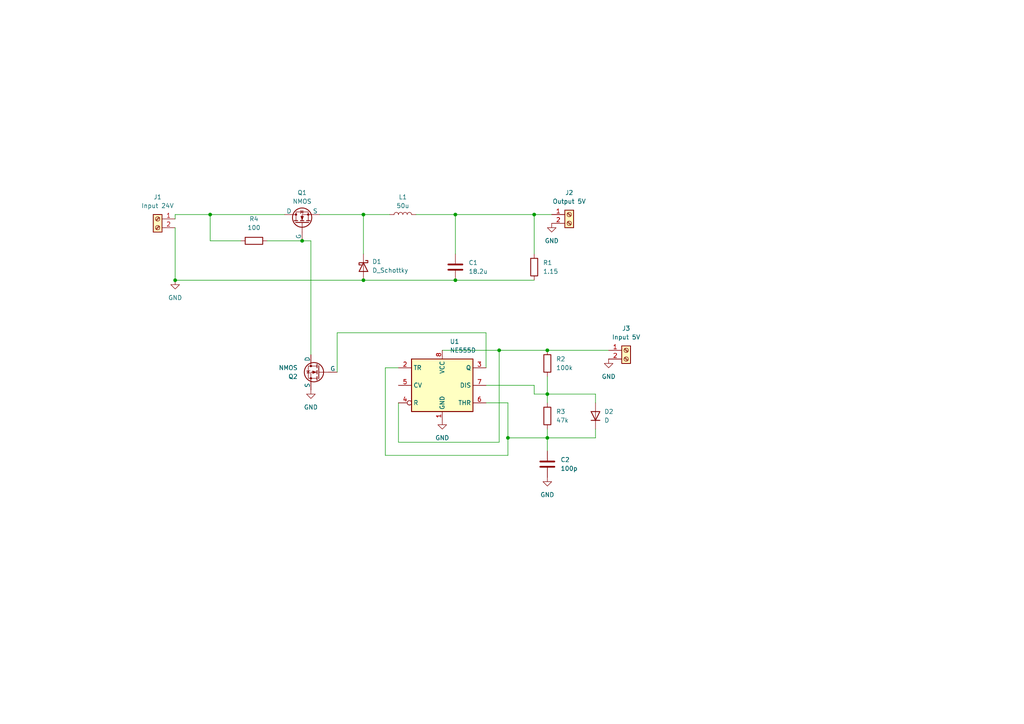
<source format=kicad_sch>
(kicad_sch
	(version 20231120)
	(generator "eeschema")
	(generator_version "8.0")
	(uuid "6a954e67-7087-4260-ad13-528eb44c2843")
	(paper "A4")
	(lib_symbols
		(symbol "Connector:Screw_Terminal_01x02"
			(pin_names
				(offset 1.016) hide)
			(exclude_from_sim no)
			(in_bom yes)
			(on_board yes)
			(property "Reference" "J"
				(at 0 2.54 0)
				(effects
					(font
						(size 1.27 1.27)
					)
				)
			)
			(property "Value" "Screw_Terminal_01x02"
				(at 0 -5.08 0)
				(effects
					(font
						(size 1.27 1.27)
					)
				)
			)
			(property "Footprint" ""
				(at 0 0 0)
				(effects
					(font
						(size 1.27 1.27)
					)
					(hide yes)
				)
			)
			(property "Datasheet" "~"
				(at 0 0 0)
				(effects
					(font
						(size 1.27 1.27)
					)
					(hide yes)
				)
			)
			(property "Description" "Generic screw terminal, single row, 01x02, script generated (kicad-library-utils/schlib/autogen/connector/)"
				(at 0 0 0)
				(effects
					(font
						(size 1.27 1.27)
					)
					(hide yes)
				)
			)
			(property "ki_keywords" "screw terminal"
				(at 0 0 0)
				(effects
					(font
						(size 1.27 1.27)
					)
					(hide yes)
				)
			)
			(property "ki_fp_filters" "TerminalBlock*:*"
				(at 0 0 0)
				(effects
					(font
						(size 1.27 1.27)
					)
					(hide yes)
				)
			)
			(symbol "Screw_Terminal_01x02_1_1"
				(rectangle
					(start -1.27 1.27)
					(end 1.27 -3.81)
					(stroke
						(width 0.254)
						(type default)
					)
					(fill
						(type background)
					)
				)
				(circle
					(center 0 -2.54)
					(radius 0.635)
					(stroke
						(width 0.1524)
						(type default)
					)
					(fill
						(type none)
					)
				)
				(polyline
					(pts
						(xy -0.5334 -2.2098) (xy 0.3302 -3.048)
					)
					(stroke
						(width 0.1524)
						(type default)
					)
					(fill
						(type none)
					)
				)
				(polyline
					(pts
						(xy -0.5334 0.3302) (xy 0.3302 -0.508)
					)
					(stroke
						(width 0.1524)
						(type default)
					)
					(fill
						(type none)
					)
				)
				(polyline
					(pts
						(xy -0.3556 -2.032) (xy 0.508 -2.8702)
					)
					(stroke
						(width 0.1524)
						(type default)
					)
					(fill
						(type none)
					)
				)
				(polyline
					(pts
						(xy -0.3556 0.508) (xy 0.508 -0.3302)
					)
					(stroke
						(width 0.1524)
						(type default)
					)
					(fill
						(type none)
					)
				)
				(circle
					(center 0 0)
					(radius 0.635)
					(stroke
						(width 0.1524)
						(type default)
					)
					(fill
						(type none)
					)
				)
				(pin passive line
					(at -5.08 0 0)
					(length 3.81)
					(name "Pin_1"
						(effects
							(font
								(size 1.27 1.27)
							)
						)
					)
					(number "1"
						(effects
							(font
								(size 1.27 1.27)
							)
						)
					)
				)
				(pin passive line
					(at -5.08 -2.54 0)
					(length 3.81)
					(name "Pin_2"
						(effects
							(font
								(size 1.27 1.27)
							)
						)
					)
					(number "2"
						(effects
							(font
								(size 1.27 1.27)
							)
						)
					)
				)
			)
		)
		(symbol "Device:C"
			(pin_numbers hide)
			(pin_names
				(offset 0.254)
			)
			(exclude_from_sim no)
			(in_bom yes)
			(on_board yes)
			(property "Reference" "C"
				(at 0.635 2.54 0)
				(effects
					(font
						(size 1.27 1.27)
					)
					(justify left)
				)
			)
			(property "Value" "C"
				(at 0.635 -2.54 0)
				(effects
					(font
						(size 1.27 1.27)
					)
					(justify left)
				)
			)
			(property "Footprint" ""
				(at 0.9652 -3.81 0)
				(effects
					(font
						(size 1.27 1.27)
					)
					(hide yes)
				)
			)
			(property "Datasheet" "~"
				(at 0 0 0)
				(effects
					(font
						(size 1.27 1.27)
					)
					(hide yes)
				)
			)
			(property "Description" "Unpolarized capacitor"
				(at 0 0 0)
				(effects
					(font
						(size 1.27 1.27)
					)
					(hide yes)
				)
			)
			(property "ki_keywords" "cap capacitor"
				(at 0 0 0)
				(effects
					(font
						(size 1.27 1.27)
					)
					(hide yes)
				)
			)
			(property "ki_fp_filters" "C_*"
				(at 0 0 0)
				(effects
					(font
						(size 1.27 1.27)
					)
					(hide yes)
				)
			)
			(symbol "C_0_1"
				(polyline
					(pts
						(xy -2.032 -0.762) (xy 2.032 -0.762)
					)
					(stroke
						(width 0.508)
						(type default)
					)
					(fill
						(type none)
					)
				)
				(polyline
					(pts
						(xy -2.032 0.762) (xy 2.032 0.762)
					)
					(stroke
						(width 0.508)
						(type default)
					)
					(fill
						(type none)
					)
				)
			)
			(symbol "C_1_1"
				(pin passive line
					(at 0 3.81 270)
					(length 2.794)
					(name "~"
						(effects
							(font
								(size 1.27 1.27)
							)
						)
					)
					(number "1"
						(effects
							(font
								(size 1.27 1.27)
							)
						)
					)
				)
				(pin passive line
					(at 0 -3.81 90)
					(length 2.794)
					(name "~"
						(effects
							(font
								(size 1.27 1.27)
							)
						)
					)
					(number "2"
						(effects
							(font
								(size 1.27 1.27)
							)
						)
					)
				)
			)
		)
		(symbol "Device:D"
			(pin_numbers hide)
			(pin_names
				(offset 1.016) hide)
			(exclude_from_sim no)
			(in_bom yes)
			(on_board yes)
			(property "Reference" "D"
				(at 0 2.54 0)
				(effects
					(font
						(size 1.27 1.27)
					)
				)
			)
			(property "Value" "D"
				(at 0 -2.54 0)
				(effects
					(font
						(size 1.27 1.27)
					)
				)
			)
			(property "Footprint" ""
				(at 0 0 0)
				(effects
					(font
						(size 1.27 1.27)
					)
					(hide yes)
				)
			)
			(property "Datasheet" "~"
				(at 0 0 0)
				(effects
					(font
						(size 1.27 1.27)
					)
					(hide yes)
				)
			)
			(property "Description" "Diode"
				(at 0 0 0)
				(effects
					(font
						(size 1.27 1.27)
					)
					(hide yes)
				)
			)
			(property "Sim.Device" "D"
				(at 0 0 0)
				(effects
					(font
						(size 1.27 1.27)
					)
					(hide yes)
				)
			)
			(property "Sim.Pins" "1=K 2=A"
				(at 0 0 0)
				(effects
					(font
						(size 1.27 1.27)
					)
					(hide yes)
				)
			)
			(property "ki_keywords" "diode"
				(at 0 0 0)
				(effects
					(font
						(size 1.27 1.27)
					)
					(hide yes)
				)
			)
			(property "ki_fp_filters" "TO-???* *_Diode_* *SingleDiode* D_*"
				(at 0 0 0)
				(effects
					(font
						(size 1.27 1.27)
					)
					(hide yes)
				)
			)
			(symbol "D_0_1"
				(polyline
					(pts
						(xy -1.27 1.27) (xy -1.27 -1.27)
					)
					(stroke
						(width 0.254)
						(type default)
					)
					(fill
						(type none)
					)
				)
				(polyline
					(pts
						(xy 1.27 0) (xy -1.27 0)
					)
					(stroke
						(width 0)
						(type default)
					)
					(fill
						(type none)
					)
				)
				(polyline
					(pts
						(xy 1.27 1.27) (xy 1.27 -1.27) (xy -1.27 0) (xy 1.27 1.27)
					)
					(stroke
						(width 0.254)
						(type default)
					)
					(fill
						(type none)
					)
				)
			)
			(symbol "D_1_1"
				(pin passive line
					(at -3.81 0 0)
					(length 2.54)
					(name "K"
						(effects
							(font
								(size 1.27 1.27)
							)
						)
					)
					(number "1"
						(effects
							(font
								(size 1.27 1.27)
							)
						)
					)
				)
				(pin passive line
					(at 3.81 0 180)
					(length 2.54)
					(name "A"
						(effects
							(font
								(size 1.27 1.27)
							)
						)
					)
					(number "2"
						(effects
							(font
								(size 1.27 1.27)
							)
						)
					)
				)
			)
		)
		(symbol "Device:D_Schottky"
			(pin_numbers hide)
			(pin_names
				(offset 1.016) hide)
			(exclude_from_sim no)
			(in_bom yes)
			(on_board yes)
			(property "Reference" "D"
				(at 0 2.54 0)
				(effects
					(font
						(size 1.27 1.27)
					)
				)
			)
			(property "Value" "D_Schottky"
				(at 0 -2.54 0)
				(effects
					(font
						(size 1.27 1.27)
					)
				)
			)
			(property "Footprint" ""
				(at 0 0 0)
				(effects
					(font
						(size 1.27 1.27)
					)
					(hide yes)
				)
			)
			(property "Datasheet" "~"
				(at 0 0 0)
				(effects
					(font
						(size 1.27 1.27)
					)
					(hide yes)
				)
			)
			(property "Description" "Schottky diode"
				(at 0 0 0)
				(effects
					(font
						(size 1.27 1.27)
					)
					(hide yes)
				)
			)
			(property "ki_keywords" "diode Schottky"
				(at 0 0 0)
				(effects
					(font
						(size 1.27 1.27)
					)
					(hide yes)
				)
			)
			(property "ki_fp_filters" "TO-???* *_Diode_* *SingleDiode* D_*"
				(at 0 0 0)
				(effects
					(font
						(size 1.27 1.27)
					)
					(hide yes)
				)
			)
			(symbol "D_Schottky_0_1"
				(polyline
					(pts
						(xy 1.27 0) (xy -1.27 0)
					)
					(stroke
						(width 0)
						(type default)
					)
					(fill
						(type none)
					)
				)
				(polyline
					(pts
						(xy 1.27 1.27) (xy 1.27 -1.27) (xy -1.27 0) (xy 1.27 1.27)
					)
					(stroke
						(width 0.254)
						(type default)
					)
					(fill
						(type none)
					)
				)
				(polyline
					(pts
						(xy -1.905 0.635) (xy -1.905 1.27) (xy -1.27 1.27) (xy -1.27 -1.27) (xy -0.635 -1.27) (xy -0.635 -0.635)
					)
					(stroke
						(width 0.254)
						(type default)
					)
					(fill
						(type none)
					)
				)
			)
			(symbol "D_Schottky_1_1"
				(pin passive line
					(at -3.81 0 0)
					(length 2.54)
					(name "K"
						(effects
							(font
								(size 1.27 1.27)
							)
						)
					)
					(number "1"
						(effects
							(font
								(size 1.27 1.27)
							)
						)
					)
				)
				(pin passive line
					(at 3.81 0 180)
					(length 2.54)
					(name "A"
						(effects
							(font
								(size 1.27 1.27)
							)
						)
					)
					(number "2"
						(effects
							(font
								(size 1.27 1.27)
							)
						)
					)
				)
			)
		)
		(symbol "Device:L"
			(pin_numbers hide)
			(pin_names
				(offset 1.016) hide)
			(exclude_from_sim no)
			(in_bom yes)
			(on_board yes)
			(property "Reference" "L"
				(at -1.27 0 90)
				(effects
					(font
						(size 1.27 1.27)
					)
				)
			)
			(property "Value" "L"
				(at 1.905 0 90)
				(effects
					(font
						(size 1.27 1.27)
					)
				)
			)
			(property "Footprint" ""
				(at 0 0 0)
				(effects
					(font
						(size 1.27 1.27)
					)
					(hide yes)
				)
			)
			(property "Datasheet" "~"
				(at 0 0 0)
				(effects
					(font
						(size 1.27 1.27)
					)
					(hide yes)
				)
			)
			(property "Description" "Inductor"
				(at 0 0 0)
				(effects
					(font
						(size 1.27 1.27)
					)
					(hide yes)
				)
			)
			(property "ki_keywords" "inductor choke coil reactor magnetic"
				(at 0 0 0)
				(effects
					(font
						(size 1.27 1.27)
					)
					(hide yes)
				)
			)
			(property "ki_fp_filters" "Choke_* *Coil* Inductor_* L_*"
				(at 0 0 0)
				(effects
					(font
						(size 1.27 1.27)
					)
					(hide yes)
				)
			)
			(symbol "L_0_1"
				(arc
					(start 0 -2.54)
					(mid 0.6323 -1.905)
					(end 0 -1.27)
					(stroke
						(width 0)
						(type default)
					)
					(fill
						(type none)
					)
				)
				(arc
					(start 0 -1.27)
					(mid 0.6323 -0.635)
					(end 0 0)
					(stroke
						(width 0)
						(type default)
					)
					(fill
						(type none)
					)
				)
				(arc
					(start 0 0)
					(mid 0.6323 0.635)
					(end 0 1.27)
					(stroke
						(width 0)
						(type default)
					)
					(fill
						(type none)
					)
				)
				(arc
					(start 0 1.27)
					(mid 0.6323 1.905)
					(end 0 2.54)
					(stroke
						(width 0)
						(type default)
					)
					(fill
						(type none)
					)
				)
			)
			(symbol "L_1_1"
				(pin passive line
					(at 0 3.81 270)
					(length 1.27)
					(name "1"
						(effects
							(font
								(size 1.27 1.27)
							)
						)
					)
					(number "1"
						(effects
							(font
								(size 1.27 1.27)
							)
						)
					)
				)
				(pin passive line
					(at 0 -3.81 90)
					(length 1.27)
					(name "2"
						(effects
							(font
								(size 1.27 1.27)
							)
						)
					)
					(number "2"
						(effects
							(font
								(size 1.27 1.27)
							)
						)
					)
				)
			)
		)
		(symbol "Device:R"
			(pin_numbers hide)
			(pin_names
				(offset 0)
			)
			(exclude_from_sim no)
			(in_bom yes)
			(on_board yes)
			(property "Reference" "R"
				(at 2.032 0 90)
				(effects
					(font
						(size 1.27 1.27)
					)
				)
			)
			(property "Value" "R"
				(at 0 0 90)
				(effects
					(font
						(size 1.27 1.27)
					)
				)
			)
			(property "Footprint" ""
				(at -1.778 0 90)
				(effects
					(font
						(size 1.27 1.27)
					)
					(hide yes)
				)
			)
			(property "Datasheet" "~"
				(at 0 0 0)
				(effects
					(font
						(size 1.27 1.27)
					)
					(hide yes)
				)
			)
			(property "Description" "Resistor"
				(at 0 0 0)
				(effects
					(font
						(size 1.27 1.27)
					)
					(hide yes)
				)
			)
			(property "ki_keywords" "R res resistor"
				(at 0 0 0)
				(effects
					(font
						(size 1.27 1.27)
					)
					(hide yes)
				)
			)
			(property "ki_fp_filters" "R_*"
				(at 0 0 0)
				(effects
					(font
						(size 1.27 1.27)
					)
					(hide yes)
				)
			)
			(symbol "R_0_1"
				(rectangle
					(start -1.016 -2.54)
					(end 1.016 2.54)
					(stroke
						(width 0.254)
						(type default)
					)
					(fill
						(type none)
					)
				)
			)
			(symbol "R_1_1"
				(pin passive line
					(at 0 3.81 270)
					(length 1.27)
					(name "~"
						(effects
							(font
								(size 1.27 1.27)
							)
						)
					)
					(number "1"
						(effects
							(font
								(size 1.27 1.27)
							)
						)
					)
				)
				(pin passive line
					(at 0 -3.81 90)
					(length 1.27)
					(name "~"
						(effects
							(font
								(size 1.27 1.27)
							)
						)
					)
					(number "2"
						(effects
							(font
								(size 1.27 1.27)
							)
						)
					)
				)
			)
		)
		(symbol "Simulation_SPICE:NMOS"
			(pin_numbers hide)
			(pin_names
				(offset 0)
			)
			(exclude_from_sim no)
			(in_bom yes)
			(on_board yes)
			(property "Reference" "Q"
				(at 5.08 1.27 0)
				(effects
					(font
						(size 1.27 1.27)
					)
					(justify left)
				)
			)
			(property "Value" "NMOS"
				(at 5.08 -1.27 0)
				(effects
					(font
						(size 1.27 1.27)
					)
					(justify left)
				)
			)
			(property "Footprint" ""
				(at 5.08 2.54 0)
				(effects
					(font
						(size 1.27 1.27)
					)
					(hide yes)
				)
			)
			(property "Datasheet" "https://ngspice.sourceforge.io/docs/ngspice-html-manual/manual.xhtml#cha_MOSFETs"
				(at 0 -12.7 0)
				(effects
					(font
						(size 1.27 1.27)
					)
					(hide yes)
				)
			)
			(property "Description" "N-MOSFET transistor, drain/source/gate"
				(at 0 0 0)
				(effects
					(font
						(size 1.27 1.27)
					)
					(hide yes)
				)
			)
			(property "Sim.Device" "NMOS"
				(at 0 -17.145 0)
				(effects
					(font
						(size 1.27 1.27)
					)
					(hide yes)
				)
			)
			(property "Sim.Type" "VDMOS"
				(at 0 -19.05 0)
				(effects
					(font
						(size 1.27 1.27)
					)
					(hide yes)
				)
			)
			(property "Sim.Pins" "1=D 2=G 3=S"
				(at 0 -15.24 0)
				(effects
					(font
						(size 1.27 1.27)
					)
					(hide yes)
				)
			)
			(property "ki_keywords" "transistor NMOS N-MOS N-MOSFET simulation"
				(at 0 0 0)
				(effects
					(font
						(size 1.27 1.27)
					)
					(hide yes)
				)
			)
			(symbol "NMOS_0_1"
				(polyline
					(pts
						(xy 0.254 0) (xy -2.54 0)
					)
					(stroke
						(width 0)
						(type default)
					)
					(fill
						(type none)
					)
				)
				(polyline
					(pts
						(xy 0.254 1.905) (xy 0.254 -1.905)
					)
					(stroke
						(width 0.254)
						(type default)
					)
					(fill
						(type none)
					)
				)
				(polyline
					(pts
						(xy 0.762 -1.27) (xy 0.762 -2.286)
					)
					(stroke
						(width 0.254)
						(type default)
					)
					(fill
						(type none)
					)
				)
				(polyline
					(pts
						(xy 0.762 0.508) (xy 0.762 -0.508)
					)
					(stroke
						(width 0.254)
						(type default)
					)
					(fill
						(type none)
					)
				)
				(polyline
					(pts
						(xy 0.762 2.286) (xy 0.762 1.27)
					)
					(stroke
						(width 0.254)
						(type default)
					)
					(fill
						(type none)
					)
				)
				(polyline
					(pts
						(xy 2.54 2.54) (xy 2.54 1.778)
					)
					(stroke
						(width 0)
						(type default)
					)
					(fill
						(type none)
					)
				)
				(polyline
					(pts
						(xy 2.54 -2.54) (xy 2.54 0) (xy 0.762 0)
					)
					(stroke
						(width 0)
						(type default)
					)
					(fill
						(type none)
					)
				)
				(polyline
					(pts
						(xy 0.762 -1.778) (xy 3.302 -1.778) (xy 3.302 1.778) (xy 0.762 1.778)
					)
					(stroke
						(width 0)
						(type default)
					)
					(fill
						(type none)
					)
				)
				(polyline
					(pts
						(xy 1.016 0) (xy 2.032 0.381) (xy 2.032 -0.381) (xy 1.016 0)
					)
					(stroke
						(width 0)
						(type default)
					)
					(fill
						(type outline)
					)
				)
				(polyline
					(pts
						(xy 2.794 0.508) (xy 2.921 0.381) (xy 3.683 0.381) (xy 3.81 0.254)
					)
					(stroke
						(width 0)
						(type default)
					)
					(fill
						(type none)
					)
				)
				(polyline
					(pts
						(xy 3.302 0.381) (xy 2.921 -0.254) (xy 3.683 -0.254) (xy 3.302 0.381)
					)
					(stroke
						(width 0)
						(type default)
					)
					(fill
						(type none)
					)
				)
				(circle
					(center 1.651 0)
					(radius 2.794)
					(stroke
						(width 0.254)
						(type default)
					)
					(fill
						(type none)
					)
				)
				(circle
					(center 2.54 -1.778)
					(radius 0.254)
					(stroke
						(width 0)
						(type default)
					)
					(fill
						(type outline)
					)
				)
				(circle
					(center 2.54 1.778)
					(radius 0.254)
					(stroke
						(width 0)
						(type default)
					)
					(fill
						(type outline)
					)
				)
			)
			(symbol "NMOS_1_1"
				(pin passive line
					(at 2.54 5.08 270)
					(length 2.54)
					(name "D"
						(effects
							(font
								(size 1.27 1.27)
							)
						)
					)
					(number "1"
						(effects
							(font
								(size 1.27 1.27)
							)
						)
					)
				)
				(pin input line
					(at -5.08 0 0)
					(length 2.54)
					(name "G"
						(effects
							(font
								(size 1.27 1.27)
							)
						)
					)
					(number "2"
						(effects
							(font
								(size 1.27 1.27)
							)
						)
					)
				)
				(pin passive line
					(at 2.54 -5.08 90)
					(length 2.54)
					(name "S"
						(effects
							(font
								(size 1.27 1.27)
							)
						)
					)
					(number "3"
						(effects
							(font
								(size 1.27 1.27)
							)
						)
					)
				)
			)
		)
		(symbol "Timer:NE555D"
			(exclude_from_sim no)
			(in_bom yes)
			(on_board yes)
			(property "Reference" "U"
				(at -10.16 8.89 0)
				(effects
					(font
						(size 1.27 1.27)
					)
					(justify left)
				)
			)
			(property "Value" "NE555D"
				(at 2.54 8.89 0)
				(effects
					(font
						(size 1.27 1.27)
					)
					(justify left)
				)
			)
			(property "Footprint" "Package_SO:SOIC-8_3.9x4.9mm_P1.27mm"
				(at 21.59 -10.16 0)
				(effects
					(font
						(size 1.27 1.27)
					)
					(hide yes)
				)
			)
			(property "Datasheet" "http://www.ti.com/lit/ds/symlink/ne555.pdf"
				(at 21.59 -10.16 0)
				(effects
					(font
						(size 1.27 1.27)
					)
					(hide yes)
				)
			)
			(property "Description" "Precision Timers, 555 compatible, SOIC-8"
				(at 0 0 0)
				(effects
					(font
						(size 1.27 1.27)
					)
					(hide yes)
				)
			)
			(property "ki_keywords" "single timer 555"
				(at 0 0 0)
				(effects
					(font
						(size 1.27 1.27)
					)
					(hide yes)
				)
			)
			(property "ki_fp_filters" "SOIC*3.9x4.9mm*P1.27mm*"
				(at 0 0 0)
				(effects
					(font
						(size 1.27 1.27)
					)
					(hide yes)
				)
			)
			(symbol "NE555D_0_0"
				(pin power_in line
					(at 0 -10.16 90)
					(length 2.54)
					(name "GND"
						(effects
							(font
								(size 1.27 1.27)
							)
						)
					)
					(number "1"
						(effects
							(font
								(size 1.27 1.27)
							)
						)
					)
				)
				(pin power_in line
					(at 0 10.16 270)
					(length 2.54)
					(name "VCC"
						(effects
							(font
								(size 1.27 1.27)
							)
						)
					)
					(number "8"
						(effects
							(font
								(size 1.27 1.27)
							)
						)
					)
				)
			)
			(symbol "NE555D_0_1"
				(rectangle
					(start -8.89 -7.62)
					(end 8.89 7.62)
					(stroke
						(width 0.254)
						(type default)
					)
					(fill
						(type background)
					)
				)
				(rectangle
					(start -8.89 -7.62)
					(end 8.89 7.62)
					(stroke
						(width 0.254)
						(type default)
					)
					(fill
						(type background)
					)
				)
			)
			(symbol "NE555D_1_1"
				(pin input line
					(at -12.7 5.08 0)
					(length 3.81)
					(name "TR"
						(effects
							(font
								(size 1.27 1.27)
							)
						)
					)
					(number "2"
						(effects
							(font
								(size 1.27 1.27)
							)
						)
					)
				)
				(pin output line
					(at 12.7 5.08 180)
					(length 3.81)
					(name "Q"
						(effects
							(font
								(size 1.27 1.27)
							)
						)
					)
					(number "3"
						(effects
							(font
								(size 1.27 1.27)
							)
						)
					)
				)
				(pin input inverted
					(at -12.7 -5.08 0)
					(length 3.81)
					(name "R"
						(effects
							(font
								(size 1.27 1.27)
							)
						)
					)
					(number "4"
						(effects
							(font
								(size 1.27 1.27)
							)
						)
					)
				)
				(pin input line
					(at -12.7 0 0)
					(length 3.81)
					(name "CV"
						(effects
							(font
								(size 1.27 1.27)
							)
						)
					)
					(number "5"
						(effects
							(font
								(size 1.27 1.27)
							)
						)
					)
				)
				(pin input line
					(at 12.7 -5.08 180)
					(length 3.81)
					(name "THR"
						(effects
							(font
								(size 1.27 1.27)
							)
						)
					)
					(number "6"
						(effects
							(font
								(size 1.27 1.27)
							)
						)
					)
				)
				(pin input line
					(at 12.7 0 180)
					(length 3.81)
					(name "DIS"
						(effects
							(font
								(size 1.27 1.27)
							)
						)
					)
					(number "7"
						(effects
							(font
								(size 1.27 1.27)
							)
						)
					)
				)
			)
		)
		(symbol "power:GND"
			(power)
			(pin_numbers hide)
			(pin_names
				(offset 0) hide)
			(exclude_from_sim no)
			(in_bom yes)
			(on_board yes)
			(property "Reference" "#PWR"
				(at 0 -6.35 0)
				(effects
					(font
						(size 1.27 1.27)
					)
					(hide yes)
				)
			)
			(property "Value" "GND"
				(at 0 -3.81 0)
				(effects
					(font
						(size 1.27 1.27)
					)
				)
			)
			(property "Footprint" ""
				(at 0 0 0)
				(effects
					(font
						(size 1.27 1.27)
					)
					(hide yes)
				)
			)
			(property "Datasheet" ""
				(at 0 0 0)
				(effects
					(font
						(size 1.27 1.27)
					)
					(hide yes)
				)
			)
			(property "Description" "Power symbol creates a global label with name \"GND\" , ground"
				(at 0 0 0)
				(effects
					(font
						(size 1.27 1.27)
					)
					(hide yes)
				)
			)
			(property "ki_keywords" "global power"
				(at 0 0 0)
				(effects
					(font
						(size 1.27 1.27)
					)
					(hide yes)
				)
			)
			(symbol "GND_0_1"
				(polyline
					(pts
						(xy 0 0) (xy 0 -1.27) (xy 1.27 -1.27) (xy 0 -2.54) (xy -1.27 -1.27) (xy 0 -1.27)
					)
					(stroke
						(width 0)
						(type default)
					)
					(fill
						(type none)
					)
				)
			)
			(symbol "GND_1_1"
				(pin power_in line
					(at 0 0 270)
					(length 0)
					(name "~"
						(effects
							(font
								(size 1.27 1.27)
							)
						)
					)
					(number "1"
						(effects
							(font
								(size 1.27 1.27)
							)
						)
					)
				)
			)
		)
	)
	(junction
		(at 105.41 81.28)
		(diameter 0)
		(color 0 0 0 0)
		(uuid "2a09f8a7-2178-476a-80c2-abad20908d8a")
	)
	(junction
		(at 147.32 127)
		(diameter 0)
		(color 0 0 0 0)
		(uuid "315bbb32-3147-483c-b6e7-b15f0e7e241c")
	)
	(junction
		(at 132.08 81.28)
		(diameter 0)
		(color 0 0 0 0)
		(uuid "427226fb-310d-451a-b0c9-ee35736dd08c")
	)
	(junction
		(at 60.96 62.23)
		(diameter 0)
		(color 0 0 0 0)
		(uuid "4ccfc696-c7c7-4d8e-83f8-97cf91db0d6c")
	)
	(junction
		(at 50.8 81.28)
		(diameter 0)
		(color 0 0 0 0)
		(uuid "93ba37b7-265f-4ede-9aea-97ab7d8a74c9")
	)
	(junction
		(at 154.94 62.23)
		(diameter 0)
		(color 0 0 0 0)
		(uuid "a2143f48-828f-47f7-b4d4-02238cf29baa")
	)
	(junction
		(at 158.75 127)
		(diameter 0)
		(color 0 0 0 0)
		(uuid "a4415f3e-c67b-441e-9284-65c4d08985e3")
	)
	(junction
		(at 158.75 114.3)
		(diameter 0)
		(color 0 0 0 0)
		(uuid "befa9c9c-2797-498b-945c-d28d72033660")
	)
	(junction
		(at 87.63 69.85)
		(diameter 0)
		(color 0 0 0 0)
		(uuid "c1875ec5-6b26-4c0f-8966-985f176fcf3c")
	)
	(junction
		(at 132.08 62.23)
		(diameter 0)
		(color 0 0 0 0)
		(uuid "cf6c107a-1734-4393-96b3-48ff8f5b421f")
	)
	(junction
		(at 158.75 101.6)
		(diameter 0)
		(color 0 0 0 0)
		(uuid "e9710fae-85f1-4803-932f-817627462c9a")
	)
	(junction
		(at 144.78 101.6)
		(diameter 0)
		(color 0 0 0 0)
		(uuid "f28d1f27-5103-46fc-b1c4-2eab103e4010")
	)
	(junction
		(at 105.41 62.23)
		(diameter 0)
		(color 0 0 0 0)
		(uuid "f5ab84f2-1747-4cf1-8d9f-9058827330ae")
	)
	(wire
		(pts
			(xy 158.75 127) (xy 158.75 130.81)
		)
		(stroke
			(width 0)
			(type default)
		)
		(uuid "0848d27e-716b-4fc9-afba-91b0d9f0a769")
	)
	(wire
		(pts
			(xy 132.08 81.28) (xy 105.41 81.28)
		)
		(stroke
			(width 0)
			(type default)
		)
		(uuid "0d55d6b7-e887-46f0-afdc-28ef44d3c68a")
	)
	(wire
		(pts
			(xy 50.8 81.28) (xy 50.8 66.04)
		)
		(stroke
			(width 0)
			(type default)
		)
		(uuid "0ee414ad-0fd1-4721-8fd4-a3319bab797b")
	)
	(wire
		(pts
			(xy 158.75 114.3) (xy 158.75 116.84)
		)
		(stroke
			(width 0)
			(type default)
		)
		(uuid "13283410-de6a-4260-bf33-5c6dbad848be")
	)
	(wire
		(pts
			(xy 147.32 132.08) (xy 147.32 127)
		)
		(stroke
			(width 0)
			(type default)
		)
		(uuid "1c1a18ab-031a-4b5b-9771-f666ae44fe0d")
	)
	(wire
		(pts
			(xy 158.75 109.22) (xy 158.75 114.3)
		)
		(stroke
			(width 0)
			(type default)
		)
		(uuid "2764f663-31a8-4703-9017-6489c4be947b")
	)
	(wire
		(pts
			(xy 158.75 124.46) (xy 158.75 127)
		)
		(stroke
			(width 0)
			(type default)
		)
		(uuid "28be6a25-ea63-4a82-9455-6d909caed792")
	)
	(wire
		(pts
			(xy 154.94 62.23) (xy 160.02 62.23)
		)
		(stroke
			(width 0)
			(type default)
		)
		(uuid "2c9d0fb5-deed-48cb-a070-8ad467c7cd64")
	)
	(wire
		(pts
			(xy 172.72 127) (xy 158.75 127)
		)
		(stroke
			(width 0)
			(type default)
		)
		(uuid "36b03da6-ea60-4240-a2d2-c8e72232eec0")
	)
	(wire
		(pts
			(xy 154.94 81.28) (xy 132.08 81.28)
		)
		(stroke
			(width 0)
			(type default)
		)
		(uuid "3d343ce3-407e-4305-8265-07779f9c6a9c")
	)
	(wire
		(pts
			(xy 144.78 101.6) (xy 158.75 101.6)
		)
		(stroke
			(width 0)
			(type default)
		)
		(uuid "3da604c1-ef59-4a0e-bfcb-c67966cf500a")
	)
	(wire
		(pts
			(xy 111.76 132.08) (xy 147.32 132.08)
		)
		(stroke
			(width 0)
			(type default)
		)
		(uuid "3da75838-2834-4ec3-981d-160c30094df0")
	)
	(wire
		(pts
			(xy 172.72 114.3) (xy 158.75 114.3)
		)
		(stroke
			(width 0)
			(type default)
		)
		(uuid "4af8e399-fad4-4fce-8bf1-cbc5f0f00090")
	)
	(wire
		(pts
			(xy 115.57 106.68) (xy 111.76 106.68)
		)
		(stroke
			(width 0)
			(type default)
		)
		(uuid "53a6d73f-fa68-4ed0-a947-fd22d9e99cb8")
	)
	(wire
		(pts
			(xy 132.08 62.23) (xy 154.94 62.23)
		)
		(stroke
			(width 0)
			(type default)
		)
		(uuid "5c3a1723-f3ff-4dc2-a7d9-54f8e4a01671")
	)
	(wire
		(pts
			(xy 115.57 116.84) (xy 115.57 128.27)
		)
		(stroke
			(width 0)
			(type default)
		)
		(uuid "5f951707-8d02-43c1-8b2a-05c4475fcc40")
	)
	(wire
		(pts
			(xy 158.75 101.6) (xy 176.53 101.6)
		)
		(stroke
			(width 0)
			(type default)
		)
		(uuid "61c2c62a-6a76-4bb0-b150-a3fd315cf9e4")
	)
	(wire
		(pts
			(xy 97.79 96.52) (xy 97.79 107.95)
		)
		(stroke
			(width 0)
			(type default)
		)
		(uuid "63a0fa59-4366-497f-b154-5efa9b538c01")
	)
	(wire
		(pts
			(xy 92.71 62.23) (xy 105.41 62.23)
		)
		(stroke
			(width 0)
			(type default)
		)
		(uuid "6a7b88e0-991c-4878-b138-9ee415b2fd68")
	)
	(wire
		(pts
			(xy 154.94 62.23) (xy 154.94 73.66)
		)
		(stroke
			(width 0)
			(type default)
		)
		(uuid "71d9fd5e-4cc6-4ec1-9e84-2e4c9c0f2033")
	)
	(wire
		(pts
			(xy 132.08 62.23) (xy 132.08 73.66)
		)
		(stroke
			(width 0)
			(type default)
		)
		(uuid "7c73ee9e-7cf0-409a-9916-6748e0b3d3e4")
	)
	(wire
		(pts
			(xy 144.78 101.6) (xy 144.78 128.27)
		)
		(stroke
			(width 0)
			(type default)
		)
		(uuid "815e2bc7-a96e-4aa3-b807-8f311f5ffb2e")
	)
	(wire
		(pts
			(xy 69.85 69.85) (xy 60.96 69.85)
		)
		(stroke
			(width 0)
			(type default)
		)
		(uuid "8382319e-2f8c-4efc-9288-0a0faf473f05")
	)
	(wire
		(pts
			(xy 154.94 114.3) (xy 158.75 114.3)
		)
		(stroke
			(width 0)
			(type default)
		)
		(uuid "8b9f2a0b-1679-42cc-b3fe-b34620bd8b63")
	)
	(wire
		(pts
			(xy 105.41 81.28) (xy 50.8 81.28)
		)
		(stroke
			(width 0)
			(type default)
		)
		(uuid "8cc4d423-427c-4697-8a30-421e10f01633")
	)
	(wire
		(pts
			(xy 140.97 106.68) (xy 140.97 96.52)
		)
		(stroke
			(width 0)
			(type default)
		)
		(uuid "8fa36169-f9d3-4de8-9623-6298299e2534")
	)
	(wire
		(pts
			(xy 172.72 124.46) (xy 172.72 127)
		)
		(stroke
			(width 0)
			(type default)
		)
		(uuid "97043d34-f0e8-4d86-a85a-3acef52a24bf")
	)
	(wire
		(pts
			(xy 115.57 128.27) (xy 144.78 128.27)
		)
		(stroke
			(width 0)
			(type default)
		)
		(uuid "97c1c3ea-f6bb-40bf-a7c4-d3940771ebd8")
	)
	(wire
		(pts
			(xy 140.97 96.52) (xy 97.79 96.52)
		)
		(stroke
			(width 0)
			(type default)
		)
		(uuid "9f2ad7e6-7923-44d7-b5df-66dca5dcb3c6")
	)
	(wire
		(pts
			(xy 140.97 111.76) (xy 154.94 111.76)
		)
		(stroke
			(width 0)
			(type default)
		)
		(uuid "a5a3a169-520c-4309-99f6-d9d8e45f5fd9")
	)
	(wire
		(pts
			(xy 120.65 62.23) (xy 132.08 62.23)
		)
		(stroke
			(width 0)
			(type default)
		)
		(uuid "acc2c16e-fae8-4cc3-a06c-2df330c18a63")
	)
	(wire
		(pts
			(xy 147.32 116.84) (xy 140.97 116.84)
		)
		(stroke
			(width 0)
			(type default)
		)
		(uuid "b751ab85-95e2-4d62-854e-3a4b14a4a3d1")
	)
	(wire
		(pts
			(xy 154.94 111.76) (xy 154.94 114.3)
		)
		(stroke
			(width 0)
			(type default)
		)
		(uuid "b8d9736a-c5fe-4691-a6ad-7e6201ae13d9")
	)
	(wire
		(pts
			(xy 105.41 62.23) (xy 113.03 62.23)
		)
		(stroke
			(width 0)
			(type default)
		)
		(uuid "ba793c28-5461-4697-b61e-b3de46aec5ec")
	)
	(wire
		(pts
			(xy 60.96 62.23) (xy 50.8 62.23)
		)
		(stroke
			(width 0)
			(type default)
		)
		(uuid "bee79a3f-4913-4699-931a-bbd2a5570ba9")
	)
	(wire
		(pts
			(xy 90.17 69.85) (xy 87.63 69.85)
		)
		(stroke
			(width 0)
			(type default)
		)
		(uuid "beeef5bb-28a6-4e65-9b66-3da4734d9b11")
	)
	(wire
		(pts
			(xy 111.76 106.68) (xy 111.76 132.08)
		)
		(stroke
			(width 0)
			(type default)
		)
		(uuid "bf481025-8796-4b7c-b1d0-e60303761b8a")
	)
	(wire
		(pts
			(xy 147.32 127) (xy 158.75 127)
		)
		(stroke
			(width 0)
			(type default)
		)
		(uuid "ca8cedaa-f5c4-4156-a353-a634ab4008f8")
	)
	(wire
		(pts
			(xy 105.41 62.23) (xy 105.41 73.66)
		)
		(stroke
			(width 0)
			(type default)
		)
		(uuid "cada1d31-2dea-4561-bc6c-9e5e7da78c17")
	)
	(wire
		(pts
			(xy 172.72 116.84) (xy 172.72 114.3)
		)
		(stroke
			(width 0)
			(type default)
		)
		(uuid "cdaf6eb4-036c-454c-823b-642316405cb2")
	)
	(wire
		(pts
			(xy 77.47 69.85) (xy 87.63 69.85)
		)
		(stroke
			(width 0)
			(type default)
		)
		(uuid "e26fb6ba-82e3-453e-af34-94ed8aa1141b")
	)
	(wire
		(pts
			(xy 90.17 102.87) (xy 90.17 69.85)
		)
		(stroke
			(width 0)
			(type default)
		)
		(uuid "e725bf4c-8638-4d62-86d2-51d23218e6d7")
	)
	(wire
		(pts
			(xy 50.8 62.23) (xy 50.8 63.5)
		)
		(stroke
			(width 0)
			(type default)
		)
		(uuid "eabcd92f-efad-4582-9b55-6d04813cab24")
	)
	(wire
		(pts
			(xy 147.32 127) (xy 147.32 116.84)
		)
		(stroke
			(width 0)
			(type default)
		)
		(uuid "f002d27f-f938-4ced-91b2-e29e33de7376")
	)
	(wire
		(pts
			(xy 128.27 101.6) (xy 144.78 101.6)
		)
		(stroke
			(width 0)
			(type default)
		)
		(uuid "f7d2a652-27f9-4087-88dd-7a6a6fc13c18")
	)
	(wire
		(pts
			(xy 60.96 69.85) (xy 60.96 62.23)
		)
		(stroke
			(width 0)
			(type default)
		)
		(uuid "f99ed22b-f672-46c4-bfa7-75696f1126f9")
	)
	(wire
		(pts
			(xy 82.55 62.23) (xy 60.96 62.23)
		)
		(stroke
			(width 0)
			(type default)
		)
		(uuid "fc9b853f-9dc7-4fca-b5ff-7a2e982c82f7")
	)
	(symbol
		(lib_id "Device:R")
		(at 158.75 105.41 0)
		(unit 1)
		(exclude_from_sim no)
		(in_bom yes)
		(on_board yes)
		(dnp no)
		(fields_autoplaced yes)
		(uuid "0bf7dedf-71df-4206-8609-68a6d5c3bbfc")
		(property "Reference" "R2"
			(at 161.29 104.1399 0)
			(effects
				(font
					(size 1.27 1.27)
				)
				(justify left)
			)
		)
		(property "Value" "100k"
			(at 161.29 106.6799 0)
			(effects
				(font
					(size 1.27 1.27)
				)
				(justify left)
			)
		)
		(property "Footprint" "Resistor_THT:R_Axial_DIN0309_L9.0mm_D3.2mm_P12.70mm_Horizontal"
			(at 156.972 105.41 90)
			(effects
				(font
					(size 1.27 1.27)
				)
				(hide yes)
			)
		)
		(property "Datasheet" "~"
			(at 158.75 105.41 0)
			(effects
				(font
					(size 1.27 1.27)
				)
				(hide yes)
			)
		)
		(property "Description" "Resistor"
			(at 158.75 105.41 0)
			(effects
				(font
					(size 1.27 1.27)
				)
				(hide yes)
			)
		)
		(pin "2"
			(uuid "4f4f60f7-2c6d-4619-9ff6-d2b9f75fbe3d")
		)
		(pin "1"
			(uuid "2702552d-5c91-4e87-9a65-879dd404d9b8")
		)
		(instances
			(project "encore"
				(path "/6a954e67-7087-4260-ad13-528eb44c2843"
					(reference "R2")
					(unit 1)
				)
			)
		)
	)
	(symbol
		(lib_id "power:GND")
		(at 50.8 81.28 0)
		(unit 1)
		(exclude_from_sim no)
		(in_bom yes)
		(on_board yes)
		(dnp no)
		(fields_autoplaced yes)
		(uuid "19647be2-6ee8-4533-9844-07bcd19ca594")
		(property "Reference" "#PWR03"
			(at 50.8 87.63 0)
			(effects
				(font
					(size 1.27 1.27)
				)
				(hide yes)
			)
		)
		(property "Value" "GND"
			(at 50.8 86.36 0)
			(effects
				(font
					(size 1.27 1.27)
				)
			)
		)
		(property "Footprint" ""
			(at 50.8 81.28 0)
			(effects
				(font
					(size 1.27 1.27)
				)
				(hide yes)
			)
		)
		(property "Datasheet" ""
			(at 50.8 81.28 0)
			(effects
				(font
					(size 1.27 1.27)
				)
				(hide yes)
			)
		)
		(property "Description" "Power symbol creates a global label with name \"GND\" , ground"
			(at 50.8 81.28 0)
			(effects
				(font
					(size 1.27 1.27)
				)
				(hide yes)
			)
		)
		(pin "1"
			(uuid "43cdc997-0408-428f-92e8-15aa09e70c9b")
		)
		(instances
			(project "encore"
				(path "/6a954e67-7087-4260-ad13-528eb44c2843"
					(reference "#PWR03")
					(unit 1)
				)
			)
		)
	)
	(symbol
		(lib_id "Simulation_SPICE:NMOS")
		(at 92.71 107.95 0)
		(mirror y)
		(unit 1)
		(exclude_from_sim no)
		(in_bom yes)
		(on_board yes)
		(dnp no)
		(uuid "24e60e8a-7ec1-4448-851d-22e0d4034ae0")
		(property "Reference" "Q2"
			(at 86.36 109.2201 0)
			(effects
				(font
					(size 1.27 1.27)
				)
				(justify left)
			)
		)
		(property "Value" "NMOS"
			(at 86.36 106.6801 0)
			(effects
				(font
					(size 1.27 1.27)
				)
				(justify left)
			)
		)
		(property "Footprint" "Package_TO_SOT_THT:TO-220-3_Vertical"
			(at 87.63 105.41 0)
			(effects
				(font
					(size 1.27 1.27)
				)
				(hide yes)
			)
		)
		(property "Datasheet" "https://ngspice.sourceforge.io/docs/ngspice-html-manual/manual.xhtml#cha_MOSFETs"
			(at 92.71 120.65 0)
			(effects
				(font
					(size 1.27 1.27)
				)
				(hide yes)
			)
		)
		(property "Description" "N-MOSFET transistor, drain/source/gate"
			(at 92.71 107.95 0)
			(effects
				(font
					(size 1.27 1.27)
				)
				(hide yes)
			)
		)
		(property "Sim.Device" "NMOS"
			(at 92.71 125.095 0)
			(effects
				(font
					(size 1.27 1.27)
				)
				(hide yes)
			)
		)
		(property "Sim.Type" "VDMOS"
			(at 92.71 127 0)
			(effects
				(font
					(size 1.27 1.27)
				)
				(hide yes)
			)
		)
		(property "Sim.Pins" "1=D 2=G 3=S"
			(at 92.71 123.19 0)
			(effects
				(font
					(size 1.27 1.27)
				)
				(hide yes)
			)
		)
		(pin "1"
			(uuid "ef065576-0121-4710-a9a2-d416122c251a")
		)
		(pin "3"
			(uuid "fa636d1c-d9e5-47e4-be49-871e5dadc7e8")
		)
		(pin "2"
			(uuid "617f98de-a80b-487f-976d-b3c77a975d08")
		)
		(instances
			(project "encore"
				(path "/6a954e67-7087-4260-ad13-528eb44c2843"
					(reference "Q2")
					(unit 1)
				)
			)
		)
	)
	(symbol
		(lib_id "Connector:Screw_Terminal_01x02")
		(at 181.61 101.6 0)
		(unit 1)
		(exclude_from_sim no)
		(in_bom yes)
		(on_board yes)
		(dnp no)
		(uuid "311a2baa-cc51-4a94-99a6-14eddb95015d")
		(property "Reference" "J3"
			(at 181.61 95.25 0)
			(effects
				(font
					(size 1.27 1.27)
				)
			)
		)
		(property "Value" "Input 5V"
			(at 181.61 97.79 0)
			(effects
				(font
					(size 1.27 1.27)
				)
			)
		)
		(property "Footprint" "TerminalBlock_Phoenix:TerminalBlock_Phoenix_MKDS-3-2-5.08_1x02_P5.08mm_Horizontal"
			(at 181.61 101.6 0)
			(effects
				(font
					(size 1.27 1.27)
				)
				(hide yes)
			)
		)
		(property "Datasheet" "~"
			(at 181.61 101.6 0)
			(effects
				(font
					(size 1.27 1.27)
				)
				(hide yes)
			)
		)
		(property "Description" "Generic screw terminal, single row, 01x02, script generated (kicad-library-utils/schlib/autogen/connector/)"
			(at 181.61 101.6 0)
			(effects
				(font
					(size 1.27 1.27)
				)
				(hide yes)
			)
		)
		(pin "2"
			(uuid "08ebf26e-9777-4ea7-852e-1708ead32067")
		)
		(pin "1"
			(uuid "2ddd2aea-a35d-4b67-852d-c2f6878e2bd1")
		)
		(instances
			(project "encore"
				(path "/6a954e67-7087-4260-ad13-528eb44c2843"
					(reference "J3")
					(unit 1)
				)
			)
		)
	)
	(symbol
		(lib_id "Device:D")
		(at 172.72 120.65 90)
		(unit 1)
		(exclude_from_sim no)
		(in_bom yes)
		(on_board yes)
		(dnp no)
		(fields_autoplaced yes)
		(uuid "53837147-7256-4c2b-829d-dae9686c629d")
		(property "Reference" "D2"
			(at 175.26 119.3799 90)
			(effects
				(font
					(size 1.27 1.27)
				)
				(justify right)
			)
		)
		(property "Value" "D"
			(at 175.26 121.9199 90)
			(effects
				(font
					(size 1.27 1.27)
				)
				(justify right)
			)
		)
		(property "Footprint" "Diode_THT:D_DO-35_SOD27_P7.62mm_Horizontal"
			(at 172.72 120.65 0)
			(effects
				(font
					(size 1.27 1.27)
				)
				(hide yes)
			)
		)
		(property "Datasheet" "~"
			(at 172.72 120.65 0)
			(effects
				(font
					(size 1.27 1.27)
				)
				(hide yes)
			)
		)
		(property "Description" "Diode"
			(at 172.72 120.65 0)
			(effects
				(font
					(size 1.27 1.27)
				)
				(hide yes)
			)
		)
		(property "Sim.Device" "D"
			(at 172.72 120.65 0)
			(effects
				(font
					(size 1.27 1.27)
				)
				(hide yes)
			)
		)
		(property "Sim.Pins" "1=K 2=A"
			(at 172.72 120.65 0)
			(effects
				(font
					(size 1.27 1.27)
				)
				(hide yes)
			)
		)
		(pin "1"
			(uuid "f04b5df9-ad01-4118-bd27-12416158b4f3")
		)
		(pin "2"
			(uuid "af4863b3-1bfa-4d2c-bc6c-60f530790d65")
		)
		(instances
			(project "encore"
				(path "/6a954e67-7087-4260-ad13-528eb44c2843"
					(reference "D2")
					(unit 1)
				)
			)
		)
	)
	(symbol
		(lib_id "Device:R")
		(at 154.94 77.47 0)
		(unit 1)
		(exclude_from_sim no)
		(in_bom yes)
		(on_board yes)
		(dnp no)
		(fields_autoplaced yes)
		(uuid "5694b17d-5201-40e6-8d96-3bfa63f9bae5")
		(property "Reference" "R1"
			(at 157.48 76.1999 0)
			(effects
				(font
					(size 1.27 1.27)
				)
				(justify left)
			)
		)
		(property "Value" "1.15"
			(at 157.48 78.7399 0)
			(effects
				(font
					(size 1.27 1.27)
				)
				(justify left)
			)
		)
		(property "Footprint" "Resistor_THT:R_Axial_DIN0207_L6.3mm_D2.5mm_P7.62mm_Horizontal"
			(at 153.162 77.47 90)
			(effects
				(font
					(size 1.27 1.27)
				)
				(hide yes)
			)
		)
		(property "Datasheet" "~"
			(at 154.94 77.47 0)
			(effects
				(font
					(size 1.27 1.27)
				)
				(hide yes)
			)
		)
		(property "Description" "Resistor"
			(at 154.94 77.47 0)
			(effects
				(font
					(size 1.27 1.27)
				)
				(hide yes)
			)
		)
		(pin "2"
			(uuid "2056a522-15ca-4861-a579-51c2a5bc5207")
		)
		(pin "1"
			(uuid "7f927ddb-5dd1-4da7-a7bd-058f1ce4796a")
		)
		(instances
			(project "encore"
				(path "/6a954e67-7087-4260-ad13-528eb44c2843"
					(reference "R1")
					(unit 1)
				)
			)
		)
	)
	(symbol
		(lib_id "power:GND")
		(at 128.27 121.92 0)
		(unit 1)
		(exclude_from_sim no)
		(in_bom yes)
		(on_board yes)
		(dnp no)
		(fields_autoplaced yes)
		(uuid "68fb2c9b-31d4-42a6-bab8-a3be4779eaea")
		(property "Reference" "#PWR06"
			(at 128.27 128.27 0)
			(effects
				(font
					(size 1.27 1.27)
				)
				(hide yes)
			)
		)
		(property "Value" "GND"
			(at 128.27 127 0)
			(effects
				(font
					(size 1.27 1.27)
				)
			)
		)
		(property "Footprint" ""
			(at 128.27 121.92 0)
			(effects
				(font
					(size 1.27 1.27)
				)
				(hide yes)
			)
		)
		(property "Datasheet" ""
			(at 128.27 121.92 0)
			(effects
				(font
					(size 1.27 1.27)
				)
				(hide yes)
			)
		)
		(property "Description" "Power symbol creates a global label with name \"GND\" , ground"
			(at 128.27 121.92 0)
			(effects
				(font
					(size 1.27 1.27)
				)
				(hide yes)
			)
		)
		(pin "1"
			(uuid "32254e02-f9a9-4ba6-bfe3-eae96b62142e")
		)
		(instances
			(project "encore"
				(path "/6a954e67-7087-4260-ad13-528eb44c2843"
					(reference "#PWR06")
					(unit 1)
				)
			)
		)
	)
	(symbol
		(lib_id "power:GND")
		(at 158.75 138.43 0)
		(unit 1)
		(exclude_from_sim no)
		(in_bom yes)
		(on_board yes)
		(dnp no)
		(fields_autoplaced yes)
		(uuid "69602fa8-a173-46df-8505-f0ce1c951991")
		(property "Reference" "#PWR01"
			(at 158.75 144.78 0)
			(effects
				(font
					(size 1.27 1.27)
				)
				(hide yes)
			)
		)
		(property "Value" "GND"
			(at 158.75 143.51 0)
			(effects
				(font
					(size 1.27 1.27)
				)
			)
		)
		(property "Footprint" ""
			(at 158.75 138.43 0)
			(effects
				(font
					(size 1.27 1.27)
				)
				(hide yes)
			)
		)
		(property "Datasheet" ""
			(at 158.75 138.43 0)
			(effects
				(font
					(size 1.27 1.27)
				)
				(hide yes)
			)
		)
		(property "Description" "Power symbol creates a global label with name \"GND\" , ground"
			(at 158.75 138.43 0)
			(effects
				(font
					(size 1.27 1.27)
				)
				(hide yes)
			)
		)
		(pin "1"
			(uuid "7b490b9b-0a13-4fde-81ee-209a87ab9534")
		)
		(instances
			(project "encore"
				(path "/6a954e67-7087-4260-ad13-528eb44c2843"
					(reference "#PWR01")
					(unit 1)
				)
			)
		)
	)
	(symbol
		(lib_id "power:GND")
		(at 90.17 113.03 0)
		(unit 1)
		(exclude_from_sim no)
		(in_bom yes)
		(on_board yes)
		(dnp no)
		(fields_autoplaced yes)
		(uuid "69cd7d69-f7b8-4e02-b0d6-f5c13325d002")
		(property "Reference" "#PWR02"
			(at 90.17 119.38 0)
			(effects
				(font
					(size 1.27 1.27)
				)
				(hide yes)
			)
		)
		(property "Value" "GND"
			(at 90.17 118.11 0)
			(effects
				(font
					(size 1.27 1.27)
				)
			)
		)
		(property "Footprint" ""
			(at 90.17 113.03 0)
			(effects
				(font
					(size 1.27 1.27)
				)
				(hide yes)
			)
		)
		(property "Datasheet" ""
			(at 90.17 113.03 0)
			(effects
				(font
					(size 1.27 1.27)
				)
				(hide yes)
			)
		)
		(property "Description" "Power symbol creates a global label with name \"GND\" , ground"
			(at 90.17 113.03 0)
			(effects
				(font
					(size 1.27 1.27)
				)
				(hide yes)
			)
		)
		(pin "1"
			(uuid "f3102709-c769-47f5-90bc-06c378254f09")
		)
		(instances
			(project "encore"
				(path "/6a954e67-7087-4260-ad13-528eb44c2843"
					(reference "#PWR02")
					(unit 1)
				)
			)
		)
	)
	(symbol
		(lib_id "Connector:Screw_Terminal_01x02")
		(at 45.72 63.5 0)
		(mirror y)
		(unit 1)
		(exclude_from_sim no)
		(in_bom yes)
		(on_board yes)
		(dnp no)
		(fields_autoplaced yes)
		(uuid "8dc03aa0-f313-49df-935b-85c0ba083432")
		(property "Reference" "J1"
			(at 45.72 57.15 0)
			(effects
				(font
					(size 1.27 1.27)
				)
			)
		)
		(property "Value" "Input 24V"
			(at 45.72 59.69 0)
			(effects
				(font
					(size 1.27 1.27)
				)
			)
		)
		(property "Footprint" "TerminalBlock_Phoenix:TerminalBlock_Phoenix_MKDS-3-2-5.08_1x02_P5.08mm_Horizontal"
			(at 45.72 63.5 0)
			(effects
				(font
					(size 1.27 1.27)
				)
				(hide yes)
			)
		)
		(property "Datasheet" "~"
			(at 45.72 63.5 0)
			(effects
				(font
					(size 1.27 1.27)
				)
				(hide yes)
			)
		)
		(property "Description" "Generic screw terminal, single row, 01x02, script generated (kicad-library-utils/schlib/autogen/connector/)"
			(at 45.72 63.5 0)
			(effects
				(font
					(size 1.27 1.27)
				)
				(hide yes)
			)
		)
		(pin "2"
			(uuid "5734b433-12ad-41db-b908-b9becc9b8745")
		)
		(pin "1"
			(uuid "78eb51a7-0d22-444f-ba25-ad5732dbe248")
		)
		(instances
			(project "encore"
				(path "/6a954e67-7087-4260-ad13-528eb44c2843"
					(reference "J1")
					(unit 1)
				)
			)
		)
	)
	(symbol
		(lib_id "power:GND")
		(at 160.02 64.77 0)
		(unit 1)
		(exclude_from_sim no)
		(in_bom yes)
		(on_board yes)
		(dnp no)
		(fields_autoplaced yes)
		(uuid "93b88e2a-8b5c-40f6-838b-1b730e617f82")
		(property "Reference" "#PWR05"
			(at 160.02 71.12 0)
			(effects
				(font
					(size 1.27 1.27)
				)
				(hide yes)
			)
		)
		(property "Value" "GND"
			(at 160.02 69.85 0)
			(effects
				(font
					(size 1.27 1.27)
				)
			)
		)
		(property "Footprint" ""
			(at 160.02 64.77 0)
			(effects
				(font
					(size 1.27 1.27)
				)
				(hide yes)
			)
		)
		(property "Datasheet" ""
			(at 160.02 64.77 0)
			(effects
				(font
					(size 1.27 1.27)
				)
				(hide yes)
			)
		)
		(property "Description" "Power symbol creates a global label with name \"GND\" , ground"
			(at 160.02 64.77 0)
			(effects
				(font
					(size 1.27 1.27)
				)
				(hide yes)
			)
		)
		(pin "1"
			(uuid "d3f5aa7a-36c9-4658-b756-e0651ba6fc11")
		)
		(instances
			(project "encore"
				(path "/6a954e67-7087-4260-ad13-528eb44c2843"
					(reference "#PWR05")
					(unit 1)
				)
			)
		)
	)
	(symbol
		(lib_id "Device:C")
		(at 132.08 77.47 0)
		(unit 1)
		(exclude_from_sim no)
		(in_bom yes)
		(on_board yes)
		(dnp no)
		(fields_autoplaced yes)
		(uuid "9eb8c385-fb25-4829-9a41-7b2d047d4419")
		(property "Reference" "C1"
			(at 135.89 76.1999 0)
			(effects
				(font
					(size 1.27 1.27)
				)
				(justify left)
			)
		)
		(property "Value" "18.2u"
			(at 135.89 78.7399 0)
			(effects
				(font
					(size 1.27 1.27)
				)
				(justify left)
			)
		)
		(property "Footprint" "Capacitor_THT:CP_Radial_D8.0mm_P3.50mm"
			(at 133.0452 81.28 0)
			(effects
				(font
					(size 1.27 1.27)
				)
				(hide yes)
			)
		)
		(property "Datasheet" "~"
			(at 132.08 77.47 0)
			(effects
				(font
					(size 1.27 1.27)
				)
				(hide yes)
			)
		)
		(property "Description" "Unpolarized capacitor"
			(at 132.08 77.47 0)
			(effects
				(font
					(size 1.27 1.27)
				)
				(hide yes)
			)
		)
		(pin "1"
			(uuid "c60bea92-af17-4b29-81d0-fe6c2e457cc7")
		)
		(pin "2"
			(uuid "23b03c97-d708-4764-8e20-62ce3e06e504")
		)
		(instances
			(project "encore"
				(path "/6a954e67-7087-4260-ad13-528eb44c2843"
					(reference "C1")
					(unit 1)
				)
			)
		)
	)
	(symbol
		(lib_id "Timer:NE555D")
		(at 128.27 111.76 0)
		(unit 1)
		(exclude_from_sim no)
		(in_bom yes)
		(on_board yes)
		(dnp no)
		(fields_autoplaced yes)
		(uuid "a56743f9-b243-44f7-b78e-a5345bb06b52")
		(property "Reference" "U1"
			(at 130.4641 99.06 0)
			(effects
				(font
					(size 1.27 1.27)
				)
				(justify left)
			)
		)
		(property "Value" "NE555D"
			(at 130.4641 101.6 0)
			(effects
				(font
					(size 1.27 1.27)
				)
				(justify left)
			)
		)
		(property "Footprint" "Package_SO:SOIC-8_3.9x4.9mm_P1.27mm"
			(at 149.86 121.92 0)
			(effects
				(font
					(size 1.27 1.27)
				)
				(hide yes)
			)
		)
		(property "Datasheet" "http://www.ti.com/lit/ds/symlink/ne555.pdf"
			(at 149.86 121.92 0)
			(effects
				(font
					(size 1.27 1.27)
				)
				(hide yes)
			)
		)
		(property "Description" "Precision Timers, 555 compatible, SOIC-8"
			(at 128.27 111.76 0)
			(effects
				(font
					(size 1.27 1.27)
				)
				(hide yes)
			)
		)
		(pin "6"
			(uuid "a6fa4fac-e93d-47df-8d4c-1f55e9c23af8")
		)
		(pin "2"
			(uuid "a11d1aa2-c936-4878-9b5f-ba1675ab905b")
		)
		(pin "5"
			(uuid "d10d3a0b-d86b-4697-bd5f-5d4b3e7e5286")
		)
		(pin "3"
			(uuid "e49098af-bc1a-478e-a93a-5125699a1e10")
		)
		(pin "7"
			(uuid "b5d30b32-d905-4a80-b45e-06522279a7f4")
		)
		(pin "8"
			(uuid "3264ebcd-5345-4e19-be4a-de80cd559173")
		)
		(pin "4"
			(uuid "a934499a-0392-4b03-b5cd-c51d99e05920")
		)
		(pin "1"
			(uuid "cd718ed7-3504-42cf-956f-1bf637cf145f")
		)
		(instances
			(project "encore"
				(path "/6a954e67-7087-4260-ad13-528eb44c2843"
					(reference "U1")
					(unit 1)
				)
			)
		)
	)
	(symbol
		(lib_id "Device:R")
		(at 73.66 69.85 90)
		(unit 1)
		(exclude_from_sim no)
		(in_bom yes)
		(on_board yes)
		(dnp no)
		(fields_autoplaced yes)
		(uuid "ab16ff32-9026-4401-85fe-1d21175f1b9b")
		(property "Reference" "R4"
			(at 73.66 63.5 90)
			(effects
				(font
					(size 1.27 1.27)
				)
			)
		)
		(property "Value" "100"
			(at 73.66 66.04 90)
			(effects
				(font
					(size 1.27 1.27)
				)
			)
		)
		(property "Footprint" "Resistor_THT:R_Axial_DIN0207_L6.3mm_D2.5mm_P7.62mm_Horizontal"
			(at 73.66 71.628 90)
			(effects
				(font
					(size 1.27 1.27)
				)
				(hide yes)
			)
		)
		(property "Datasheet" "~"
			(at 73.66 69.85 0)
			(effects
				(font
					(size 1.27 1.27)
				)
				(hide yes)
			)
		)
		(property "Description" "Resistor"
			(at 73.66 69.85 0)
			(effects
				(font
					(size 1.27 1.27)
				)
				(hide yes)
			)
		)
		(pin "2"
			(uuid "73603e56-2554-4717-943f-dbf4fd3eee7f")
		)
		(pin "1"
			(uuid "d81277cf-93da-4798-b61d-14c4e63640fc")
		)
		(instances
			(project "encore"
				(path "/6a954e67-7087-4260-ad13-528eb44c2843"
					(reference "R4")
					(unit 1)
				)
			)
		)
	)
	(symbol
		(lib_id "Connector:Screw_Terminal_01x02")
		(at 165.1 62.23 0)
		(unit 1)
		(exclude_from_sim no)
		(in_bom yes)
		(on_board yes)
		(dnp no)
		(uuid "cfca0459-93e4-40ca-9ac3-06e7d0ce1e7e")
		(property "Reference" "J2"
			(at 165.1 55.88 0)
			(effects
				(font
					(size 1.27 1.27)
				)
			)
		)
		(property "Value" "Output 5V"
			(at 165.1 58.42 0)
			(effects
				(font
					(size 1.27 1.27)
				)
			)
		)
		(property "Footprint" "TerminalBlock_Phoenix:TerminalBlock_Phoenix_MKDS-3-2-5.08_1x02_P5.08mm_Horizontal"
			(at 165.1 62.23 0)
			(effects
				(font
					(size 1.27 1.27)
				)
				(hide yes)
			)
		)
		(property "Datasheet" "~"
			(at 165.1 62.23 0)
			(effects
				(font
					(size 1.27 1.27)
				)
				(hide yes)
			)
		)
		(property "Description" "Generic screw terminal, single row, 01x02, script generated (kicad-library-utils/schlib/autogen/connector/)"
			(at 165.1 62.23 0)
			(effects
				(font
					(size 1.27 1.27)
				)
				(hide yes)
			)
		)
		(pin "2"
			(uuid "a54d037b-b133-4e42-a284-952f976a531b")
		)
		(pin "1"
			(uuid "613b57b7-291c-4e36-ad7f-07b50b3cf9c0")
		)
		(instances
			(project "encore"
				(path "/6a954e67-7087-4260-ad13-528eb44c2843"
					(reference "J2")
					(unit 1)
				)
			)
		)
	)
	(symbol
		(lib_id "Device:L")
		(at 116.84 62.23 90)
		(unit 1)
		(exclude_from_sim no)
		(in_bom yes)
		(on_board yes)
		(dnp no)
		(fields_autoplaced yes)
		(uuid "d1d51c1b-dcaa-4e9c-9b9b-0c790df7e91b")
		(property "Reference" "L1"
			(at 116.84 57.15 90)
			(effects
				(font
					(size 1.27 1.27)
				)
			)
		)
		(property "Value" "50u"
			(at 116.84 59.69 90)
			(effects
				(font
					(size 1.27 1.27)
				)
			)
		)
		(property "Footprint" "Inductor_THT:L_Toroid_Vertical_L16.0mm_W8.0mm_P7.62mm"
			(at 116.84 62.23 0)
			(effects
				(font
					(size 1.27 1.27)
				)
				(hide yes)
			)
		)
		(property "Datasheet" "~"
			(at 116.84 62.23 0)
			(effects
				(font
					(size 1.27 1.27)
				)
				(hide yes)
			)
		)
		(property "Description" "Inductor"
			(at 116.84 62.23 0)
			(effects
				(font
					(size 1.27 1.27)
				)
				(hide yes)
			)
		)
		(pin "2"
			(uuid "205c556f-8ef7-477b-a710-547e9d47f2e0")
		)
		(pin "1"
			(uuid "4bdd0efc-f5d9-48fb-a461-c3c64150296d")
		)
		(instances
			(project "encore"
				(path "/6a954e67-7087-4260-ad13-528eb44c2843"
					(reference "L1")
					(unit 1)
				)
			)
		)
	)
	(symbol
		(lib_id "power:GND")
		(at 176.53 104.14 0)
		(unit 1)
		(exclude_from_sim no)
		(in_bom yes)
		(on_board yes)
		(dnp no)
		(fields_autoplaced yes)
		(uuid "dda3f231-260f-493b-a409-4e82f869a7ec")
		(property "Reference" "#PWR04"
			(at 176.53 110.49 0)
			(effects
				(font
					(size 1.27 1.27)
				)
				(hide yes)
			)
		)
		(property "Value" "GND"
			(at 176.53 109.22 0)
			(effects
				(font
					(size 1.27 1.27)
				)
			)
		)
		(property "Footprint" ""
			(at 176.53 104.14 0)
			(effects
				(font
					(size 1.27 1.27)
				)
				(hide yes)
			)
		)
		(property "Datasheet" ""
			(at 176.53 104.14 0)
			(effects
				(font
					(size 1.27 1.27)
				)
				(hide yes)
			)
		)
		(property "Description" "Power symbol creates a global label with name \"GND\" , ground"
			(at 176.53 104.14 0)
			(effects
				(font
					(size 1.27 1.27)
				)
				(hide yes)
			)
		)
		(pin "1"
			(uuid "b6db81b7-bc95-47ab-b098-cc2cf4df85d8")
		)
		(instances
			(project "encore"
				(path "/6a954e67-7087-4260-ad13-528eb44c2843"
					(reference "#PWR04")
					(unit 1)
				)
			)
		)
	)
	(symbol
		(lib_id "Device:R")
		(at 158.75 120.65 0)
		(unit 1)
		(exclude_from_sim no)
		(in_bom yes)
		(on_board yes)
		(dnp no)
		(fields_autoplaced yes)
		(uuid "e83f8aaa-c35b-4ec0-9963-05723f4a02f5")
		(property "Reference" "R3"
			(at 161.29 119.3799 0)
			(effects
				(font
					(size 1.27 1.27)
				)
				(justify left)
			)
		)
		(property "Value" "47k"
			(at 161.29 121.9199 0)
			(effects
				(font
					(size 1.27 1.27)
				)
				(justify left)
			)
		)
		(property "Footprint" "Resistor_THT:R_Axial_DIN0309_L9.0mm_D3.2mm_P12.70mm_Horizontal"
			(at 156.972 120.65 90)
			(effects
				(font
					(size 1.27 1.27)
				)
				(hide yes)
			)
		)
		(property "Datasheet" "~"
			(at 158.75 120.65 0)
			(effects
				(font
					(size 1.27 1.27)
				)
				(hide yes)
			)
		)
		(property "Description" "Resistor"
			(at 158.75 120.65 0)
			(effects
				(font
					(size 1.27 1.27)
				)
				(hide yes)
			)
		)
		(pin "2"
			(uuid "31b3ba36-f0cc-471b-9f54-a4007a86e525")
		)
		(pin "1"
			(uuid "83c8bc95-5053-4632-b22d-32ebb4da6379")
		)
		(instances
			(project "encore"
				(path "/6a954e67-7087-4260-ad13-528eb44c2843"
					(reference "R3")
					(unit 1)
				)
			)
		)
	)
	(symbol
		(lib_id "Device:C")
		(at 158.75 134.62 0)
		(unit 1)
		(exclude_from_sim no)
		(in_bom yes)
		(on_board yes)
		(dnp no)
		(fields_autoplaced yes)
		(uuid "ee8842b9-ec4b-407a-800f-9505fb7d5acd")
		(property "Reference" "C2"
			(at 162.56 133.3499 0)
			(effects
				(font
					(size 1.27 1.27)
				)
				(justify left)
			)
		)
		(property "Value" "100p"
			(at 162.56 135.8899 0)
			(effects
				(font
					(size 1.27 1.27)
				)
				(justify left)
			)
		)
		(property "Footprint" "Capacitor_THT:C_Disc_D3.8mm_W2.6mm_P2.50mm"
			(at 159.7152 138.43 0)
			(effects
				(font
					(size 1.27 1.27)
				)
				(hide yes)
			)
		)
		(property "Datasheet" "~"
			(at 158.75 134.62 0)
			(effects
				(font
					(size 1.27 1.27)
				)
				(hide yes)
			)
		)
		(property "Description" "Unpolarized capacitor"
			(at 158.75 134.62 0)
			(effects
				(font
					(size 1.27 1.27)
				)
				(hide yes)
			)
		)
		(pin "1"
			(uuid "1912d696-fd96-4fc2-9791-85f4a5ce2608")
		)
		(pin "2"
			(uuid "fdcd62c2-f2e4-43b6-b325-7985a176fb85")
		)
		(instances
			(project "encore"
				(path "/6a954e67-7087-4260-ad13-528eb44c2843"
					(reference "C2")
					(unit 1)
				)
			)
		)
	)
	(symbol
		(lib_id "Device:D_Schottky")
		(at 105.41 77.47 270)
		(unit 1)
		(exclude_from_sim no)
		(in_bom yes)
		(on_board yes)
		(dnp no)
		(fields_autoplaced yes)
		(uuid "fe321039-39eb-4691-89bb-92fd45bfcf1e")
		(property "Reference" "D1"
			(at 107.95 75.8824 90)
			(effects
				(font
					(size 1.27 1.27)
				)
				(justify left)
			)
		)
		(property "Value" "D_Schottky"
			(at 107.95 78.4224 90)
			(effects
				(font
					(size 1.27 1.27)
				)
				(justify left)
			)
		)
		(property "Footprint" "Diode_THT:D_DO-201AD_P12.70mm_Horizontal"
			(at 105.41 77.47 0)
			(effects
				(font
					(size 1.27 1.27)
				)
				(hide yes)
			)
		)
		(property "Datasheet" "~"
			(at 105.41 77.47 0)
			(effects
				(font
					(size 1.27 1.27)
				)
				(hide yes)
			)
		)
		(property "Description" "Schottky diode"
			(at 105.41 77.47 0)
			(effects
				(font
					(size 1.27 1.27)
				)
				(hide yes)
			)
		)
		(pin "1"
			(uuid "5ac4fc9f-a6b1-4873-bc22-6d50450a13ad")
		)
		(pin "2"
			(uuid "df82f8fd-486b-4eb2-82da-a36e7b276dcf")
		)
		(instances
			(project "encore"
				(path "/6a954e67-7087-4260-ad13-528eb44c2843"
					(reference "D1")
					(unit 1)
				)
			)
		)
	)
	(symbol
		(lib_id "Simulation_SPICE:NMOS")
		(at 87.63 64.77 90)
		(unit 1)
		(exclude_from_sim no)
		(in_bom yes)
		(on_board yes)
		(dnp no)
		(fields_autoplaced yes)
		(uuid "fe466150-4ed0-497f-ae02-459bdabcf9e5")
		(property "Reference" "Q1"
			(at 87.63 55.88 90)
			(effects
				(font
					(size 1.27 1.27)
				)
			)
		)
		(property "Value" "NMOS"
			(at 87.63 58.42 90)
			(effects
				(font
					(size 1.27 1.27)
				)
			)
		)
		(property "Footprint" "Package_TO_SOT_THT:TO-220-3_Vertical"
			(at 85.09 59.69 0)
			(effects
				(font
					(size 1.27 1.27)
				)
				(hide yes)
			)
		)
		(property "Datasheet" "https://ngspice.sourceforge.io/docs/ngspice-html-manual/manual.xhtml#cha_MOSFETs"
			(at 100.33 64.77 0)
			(effects
				(font
					(size 1.27 1.27)
				)
				(hide yes)
			)
		)
		(property "Description" "N-MOSFET transistor, drain/source/gate"
			(at 87.63 64.77 0)
			(effects
				(font
					(size 1.27 1.27)
				)
				(hide yes)
			)
		)
		(property "Sim.Device" "NMOS"
			(at 104.775 64.77 0)
			(effects
				(font
					(size 1.27 1.27)
				)
				(hide yes)
			)
		)
		(property "Sim.Type" "VDMOS"
			(at 106.68 64.77 0)
			(effects
				(font
					(size 1.27 1.27)
				)
				(hide yes)
			)
		)
		(property "Sim.Pins" "1=D 2=G 3=S"
			(at 102.87 64.77 0)
			(effects
				(font
					(size 1.27 1.27)
				)
				(hide yes)
			)
		)
		(pin "1"
			(uuid "a175e0e4-073f-40ee-869a-895bdbd3d114")
		)
		(pin "3"
			(uuid "9a2969be-a7a3-4391-a59c-557954e0bf4e")
		)
		(pin "2"
			(uuid "7d20577e-fa58-407f-96fb-4748fcb4d1d6")
		)
		(instances
			(project "encore"
				(path "/6a954e67-7087-4260-ad13-528eb44c2843"
					(reference "Q1")
					(unit 1)
				)
			)
		)
	)
	(sheet_instances
		(path "/"
			(page "1")
		)
	)
)
</source>
